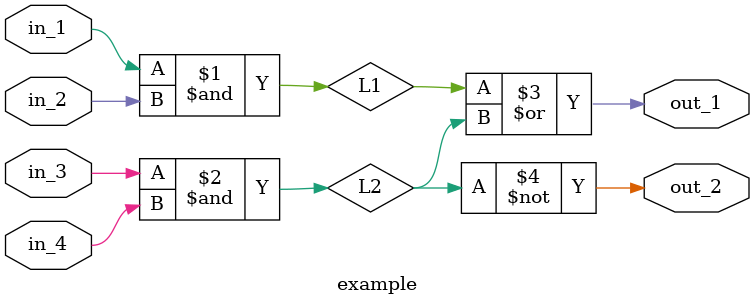
<source format=v>
module example (out_1,out_2, in_1, in_2, in_3, in_4);

input in_1, in_2, in_3, in_4;
output out_1,out_2;

and and1 (L1, in_1, in_2);
and and2 (L2, in_3, in_4);
or  or1 (out_1, L1, L2);
not inv1 (out_2, L2);


endmodule

</source>
